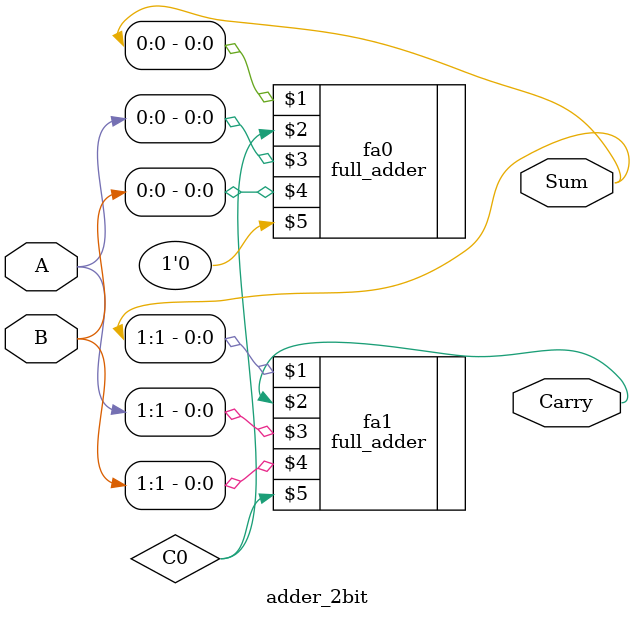
<source format=v>
`timescale 1ns / 1ps
`default_nettype none

module adder_2bit(Carry, Sum, A, B);
    output wire Carry;
    output wire [1:0] Sum;
    input wire [1:0] A, B;

    wire C0;

    // Each full adder includes internal gate delays
    full_adder fa0(Sum[0], C0, A[0], B[0], 1'b0);
    full_adder fa1(Sum[1], Carry, A[1], B[1], C0);

endmodule

</source>
